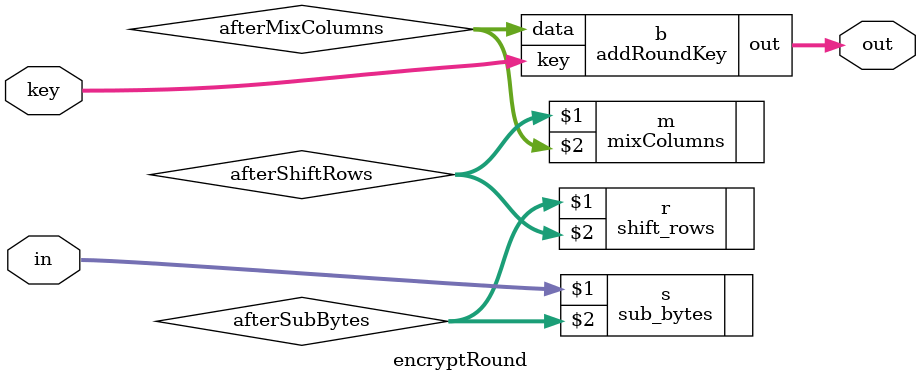
<source format=v>
module addRoundKey(data, out, key);

input [127:0] data;
input [127:0] key;
output [127:0] out;

assign out = key ^ data;

endmodule

module encryptRound(in,key,out);
input [127:0] in;
output [127:0] out;
input [127:0] key;
wire [127:0] afterSubBytes;
wire [127:0] afterShiftRows;
wire [127:0] afterMixColumns;
wire [127:0] afterAddroundKey;

sub_bytes s(in,afterSubBytes);
shift_rows r(afterSubBytes,afterShiftRows);
mixColumns m(afterShiftRows,afterMixColumns);
addRoundKey b(afterMixColumns,out,key);
		
endmodule

</source>
